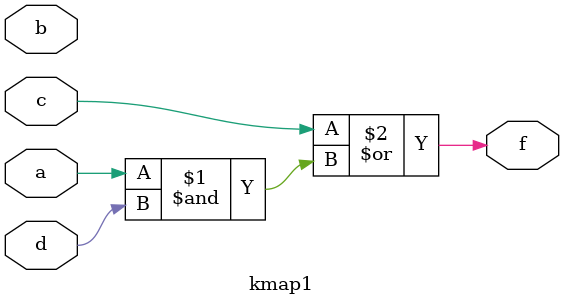
<source format=v>
module kmap1(a,b,c,d,f);
input a,b,c,d;
output f;
assign f = c | (a & d);
endmodule
</source>
